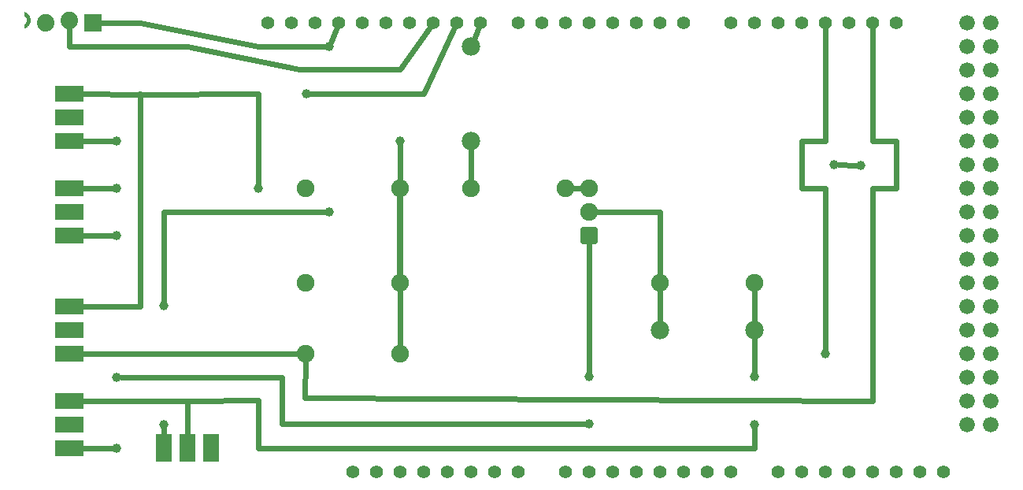
<source format=gtl>
G04 MADE WITH FRITZING*
G04 WWW.FRITZING.ORG*
G04 DOUBLE SIDED*
G04 HOLES PLATED*
G04 CONTOUR ON CENTER OF CONTOUR VECTOR*
%ASAXBY*%
%FSLAX23Y23*%
%MOIN*%
%OFA0B0*%
%SFA1.0B1.0*%
%ADD10C,0.075000*%
%ADD11C,0.074000*%
%ADD12C,0.078000*%
%ADD13C,0.039370*%
%ADD14C,0.055990*%
%ADD15C,0.065993*%
%ADD16C,0.065965*%
%ADD17C,0.024000*%
%ADD18C,0.020000*%
%ADD19R,0.001000X0.001000*%
%LNCOPPER1*%
G90*
G70*
G54D10*
X1190Y600D03*
X1590Y600D03*
X1190Y1300D03*
X1590Y1300D03*
X2390Y1300D03*
X2390Y1200D03*
X2390Y1100D03*
X1890Y1300D03*
X2290Y1300D03*
X2690Y900D03*
X3090Y900D03*
G54D11*
X290Y2000D03*
X190Y2010D03*
X90Y2000D03*
X290Y2000D03*
X190Y2010D03*
X90Y2000D03*
G54D10*
X1590Y900D03*
X1190Y900D03*
G54D12*
X1890Y1900D03*
X1890Y1500D03*
X1890Y1900D03*
X1890Y1500D03*
X2690Y700D03*
X3090Y700D03*
X2690Y700D03*
X3090Y700D03*
G54D13*
X1589Y1498D03*
X1289Y1900D03*
G54D14*
X3290Y100D03*
X1690Y100D03*
X3390Y100D03*
X3490Y100D03*
X3590Y100D03*
X3690Y100D03*
G54D15*
X3990Y1500D03*
G54D14*
X3790Y100D03*
X3890Y100D03*
X1730Y2000D03*
X2290Y100D03*
X2390Y100D03*
X2490Y100D03*
X2590Y100D03*
G54D15*
X3990Y700D03*
G54D14*
X2690Y100D03*
X2790Y100D03*
X2890Y100D03*
X2990Y100D03*
X2490Y2000D03*
G54D15*
X3990Y1900D03*
X3990Y1100D03*
X3990Y300D03*
G54D14*
X1330Y2000D03*
X2090Y100D03*
X2090Y2000D03*
G54D15*
X3990Y1700D03*
X3990Y1300D03*
G54D16*
X3990Y900D03*
G54D14*
X3690Y2000D03*
G54D15*
X3990Y500D03*
G54D14*
X3590Y2000D03*
X3490Y2000D03*
X3390Y2000D03*
X3290Y2000D03*
X3190Y2000D03*
X3090Y2000D03*
X2990Y2000D03*
X1130Y2000D03*
X1530Y2000D03*
X1930Y2000D03*
X1490Y100D03*
X1890Y100D03*
X2690Y2000D03*
X2290Y2000D03*
G54D15*
X3990Y2000D03*
X3990Y1800D03*
X3990Y1600D03*
X3990Y1400D03*
X3990Y1200D03*
X3990Y1000D03*
X3990Y800D03*
X3990Y600D03*
G54D16*
X3990Y400D03*
G54D14*
X1030Y2000D03*
X1230Y2000D03*
X1430Y2000D03*
X1630Y2000D03*
X1830Y2000D03*
X1390Y100D03*
X1590Y100D03*
X1790Y100D03*
X1990Y100D03*
X2790Y2000D03*
X2590Y2000D03*
X2390Y2000D03*
X2190Y2000D03*
G54D15*
X4090Y2000D03*
X4090Y1900D03*
X4090Y1800D03*
X4090Y1700D03*
X4090Y1600D03*
X4090Y1500D03*
X4090Y1400D03*
X4090Y1300D03*
X4090Y1200D03*
X4090Y1100D03*
X4090Y1000D03*
G54D16*
X4090Y900D03*
G54D15*
X4090Y800D03*
X4090Y700D03*
X4090Y600D03*
X4090Y500D03*
G54D16*
X4090Y400D03*
G54D15*
X4090Y300D03*
G54D14*
X3190Y100D03*
G54D13*
X1192Y1699D03*
X390Y1500D03*
X389Y1299D03*
X390Y1100D03*
X989Y1299D03*
X3389Y599D03*
X1289Y1200D03*
X591Y300D03*
X591Y801D03*
X390Y200D03*
X390Y499D03*
X3090Y299D03*
X3090Y501D03*
X2391Y301D03*
X2390Y501D03*
X3540Y1396D03*
X3428Y1398D03*
G54D17*
X370Y1299D02*
X244Y1300D01*
D02*
X689Y400D02*
X991Y401D01*
D02*
X991Y199D02*
X3090Y199D01*
D02*
X991Y401D02*
X991Y199D01*
D02*
X244Y200D02*
X371Y200D01*
D02*
X409Y499D02*
X1091Y499D01*
D02*
X1590Y628D02*
X1590Y871D01*
D02*
X244Y400D02*
X689Y400D01*
D02*
X1091Y499D02*
X1090Y301D01*
D02*
X1090Y301D02*
X2372Y301D01*
D02*
X1591Y1801D02*
X1162Y1802D01*
D02*
X1714Y1977D02*
X1591Y1801D01*
D02*
X1162Y1802D02*
X690Y1899D01*
D02*
X1890Y1469D02*
X1890Y1328D01*
D02*
X1902Y1928D02*
X1920Y1974D01*
D02*
X3090Y731D02*
X3090Y871D01*
D02*
X2690Y871D02*
X2690Y731D01*
D02*
X2689Y1200D02*
X2690Y928D01*
D02*
X2419Y1200D02*
X2689Y1200D01*
D02*
X2361Y1300D02*
X2319Y1300D01*
D02*
X321Y2000D02*
X390Y2000D01*
D02*
X1296Y1917D02*
X1320Y1974D01*
D02*
X3690Y1300D02*
X3690Y1500D01*
D02*
X3690Y1500D02*
X3590Y1500D01*
D02*
X3590Y1300D02*
X3690Y1300D01*
D02*
X3590Y1500D02*
X3590Y1972D01*
D02*
X3589Y400D02*
X3590Y1300D01*
D02*
X1188Y413D02*
X3589Y400D01*
D02*
X1190Y571D02*
X1188Y413D01*
D02*
X244Y1500D02*
X371Y1500D01*
D02*
X1161Y600D02*
X244Y600D01*
D02*
X991Y1899D02*
X1270Y1899D01*
D02*
X191Y1900D02*
X190Y1979D01*
D02*
X390Y1899D02*
X191Y1900D01*
D02*
X490Y1999D02*
X991Y1899D01*
D02*
X690Y1899D02*
X390Y1899D01*
D02*
X390Y2000D02*
X490Y1999D01*
D02*
X1691Y1699D02*
X1818Y1974D01*
D02*
X1211Y1699D02*
X1691Y1699D01*
D02*
X989Y1318D02*
X990Y1699D01*
D02*
X990Y1699D02*
X479Y1697D01*
D02*
X490Y1700D02*
X479Y1697D01*
D02*
X490Y799D02*
X490Y1700D01*
D02*
X244Y800D02*
X490Y799D01*
D02*
X479Y1697D02*
X244Y1699D01*
D02*
X591Y281D02*
X591Y253D01*
D02*
X590Y1199D02*
X591Y820D01*
D02*
X371Y1100D02*
X244Y1100D01*
D02*
X3391Y1500D02*
X3290Y1500D01*
D02*
X3391Y1300D02*
X3390Y618D01*
D02*
X3290Y1300D02*
X3391Y1300D01*
D02*
X3290Y1500D02*
X3290Y1300D01*
D02*
X590Y1199D02*
X1270Y1200D01*
D02*
X3390Y1972D02*
X3391Y1500D01*
D02*
X2390Y519D02*
X2390Y1071D01*
D02*
X3090Y519D02*
X3090Y669D01*
D02*
X690Y253D02*
X689Y400D01*
D02*
X1589Y1479D02*
X1590Y1328D01*
D02*
X3090Y199D02*
X3090Y280D01*
D02*
X3447Y1398D02*
X3521Y1396D01*
G54D18*
X2418Y1072D02*
X2363Y1072D01*
X2363Y1127D01*
X2418Y1127D01*
X2418Y1072D01*
D02*
G36*
X131Y233D02*
X249Y233D01*
X249Y166D01*
X131Y166D01*
X131Y233D01*
G37*
D02*
G36*
X131Y333D02*
X249Y333D01*
X249Y266D01*
X131Y266D01*
X131Y333D01*
G37*
D02*
G36*
X131Y433D02*
X249Y433D01*
X249Y366D01*
X131Y366D01*
X131Y433D01*
G37*
D02*
G36*
X131Y633D02*
X249Y633D01*
X249Y566D01*
X131Y566D01*
X131Y633D01*
G37*
D02*
G36*
X131Y733D02*
X249Y733D01*
X249Y666D01*
X131Y666D01*
X131Y733D01*
G37*
D02*
G36*
X131Y833D02*
X249Y833D01*
X249Y766D01*
X131Y766D01*
X131Y833D01*
G37*
D02*
G36*
X131Y1533D02*
X249Y1533D01*
X249Y1466D01*
X131Y1466D01*
X131Y1533D01*
G37*
D02*
G36*
X131Y1633D02*
X249Y1633D01*
X249Y1566D01*
X131Y1566D01*
X131Y1633D01*
G37*
D02*
G36*
X131Y1733D02*
X249Y1733D01*
X249Y1666D01*
X131Y1666D01*
X131Y1733D01*
G37*
D02*
G36*
X557Y141D02*
X557Y259D01*
X624Y259D01*
X624Y141D01*
X557Y141D01*
G37*
D02*
G36*
X657Y141D02*
X657Y259D01*
X724Y259D01*
X724Y141D01*
X657Y141D01*
G37*
D02*
G36*
X757Y141D02*
X757Y259D01*
X824Y259D01*
X824Y141D01*
X757Y141D01*
G37*
D02*
G36*
X131Y1333D02*
X249Y1333D01*
X249Y1266D01*
X131Y1266D01*
X131Y1333D01*
G37*
D02*
G36*
X131Y1233D02*
X249Y1233D01*
X249Y1166D01*
X131Y1166D01*
X131Y1233D01*
G37*
D02*
G36*
X131Y1133D02*
X249Y1133D01*
X249Y1066D01*
X131Y1066D01*
X131Y1133D01*
G37*
D02*
G54D19*
X0Y2045D02*
X1Y2045D01*
X0Y2044D02*
X3Y2044D01*
X0Y2043D02*
X5Y2043D01*
X0Y2042D02*
X7Y2042D01*
X0Y2041D02*
X8Y2041D01*
X0Y2040D02*
X10Y2040D01*
X0Y2039D02*
X11Y2039D01*
X0Y2038D02*
X12Y2038D01*
X0Y2037D02*
X14Y2037D01*
X253Y2037D02*
X326Y2037D01*
X0Y2036D02*
X15Y2036D01*
X253Y2036D02*
X326Y2036D01*
X0Y2035D02*
X16Y2035D01*
X253Y2035D02*
X326Y2035D01*
X0Y2034D02*
X16Y2034D01*
X253Y2034D02*
X326Y2034D01*
X0Y2033D02*
X17Y2033D01*
X253Y2033D02*
X326Y2033D01*
X0Y2032D02*
X18Y2032D01*
X253Y2032D02*
X326Y2032D01*
X0Y2031D02*
X19Y2031D01*
X253Y2031D02*
X326Y2031D01*
X0Y2030D02*
X20Y2030D01*
X253Y2030D02*
X326Y2030D01*
X0Y2029D02*
X20Y2029D01*
X253Y2029D02*
X326Y2029D01*
X0Y2028D02*
X21Y2028D01*
X253Y2028D02*
X326Y2028D01*
X2Y2027D02*
X21Y2027D01*
X253Y2027D02*
X326Y2027D01*
X3Y2026D02*
X22Y2026D01*
X253Y2026D02*
X326Y2026D01*
X4Y2025D02*
X22Y2025D01*
X253Y2025D02*
X326Y2025D01*
X5Y2024D02*
X23Y2024D01*
X253Y2024D02*
X326Y2024D01*
X6Y2023D02*
X23Y2023D01*
X253Y2023D02*
X326Y2023D01*
X7Y2022D02*
X24Y2022D01*
X253Y2022D02*
X326Y2022D01*
X7Y2021D02*
X24Y2021D01*
X253Y2021D02*
X326Y2021D01*
X8Y2020D02*
X24Y2020D01*
X253Y2020D02*
X287Y2020D01*
X292Y2020D02*
X326Y2020D01*
X8Y2019D02*
X25Y2019D01*
X253Y2019D02*
X283Y2019D01*
X297Y2019D02*
X326Y2019D01*
X9Y2018D02*
X25Y2018D01*
X253Y2018D02*
X280Y2018D01*
X299Y2018D02*
X326Y2018D01*
X9Y2017D02*
X25Y2017D01*
X253Y2017D02*
X278Y2017D01*
X301Y2017D02*
X326Y2017D01*
X9Y2016D02*
X25Y2016D01*
X253Y2016D02*
X277Y2016D01*
X302Y2016D02*
X326Y2016D01*
X10Y2015D02*
X26Y2015D01*
X253Y2015D02*
X276Y2015D01*
X303Y2015D02*
X326Y2015D01*
X10Y2014D02*
X26Y2014D01*
X253Y2014D02*
X275Y2014D01*
X304Y2014D02*
X326Y2014D01*
X10Y2013D02*
X26Y2013D01*
X253Y2013D02*
X274Y2013D01*
X305Y2013D02*
X326Y2013D01*
X10Y2012D02*
X26Y2012D01*
X253Y2012D02*
X273Y2012D01*
X306Y2012D02*
X326Y2012D01*
X10Y2011D02*
X26Y2011D01*
X253Y2011D02*
X272Y2011D01*
X307Y2011D02*
X326Y2011D01*
X10Y2010D02*
X26Y2010D01*
X253Y2010D02*
X272Y2010D01*
X307Y2010D02*
X326Y2010D01*
X10Y2009D02*
X26Y2009D01*
X253Y2009D02*
X271Y2009D01*
X308Y2009D02*
X326Y2009D01*
X10Y2008D02*
X26Y2008D01*
X253Y2008D02*
X271Y2008D01*
X308Y2008D02*
X326Y2008D01*
X10Y2007D02*
X26Y2007D01*
X253Y2007D02*
X270Y2007D01*
X309Y2007D02*
X326Y2007D01*
X10Y2006D02*
X26Y2006D01*
X253Y2006D02*
X270Y2006D01*
X309Y2006D02*
X326Y2006D01*
X10Y2005D02*
X26Y2005D01*
X253Y2005D02*
X270Y2005D01*
X309Y2005D02*
X326Y2005D01*
X9Y2004D02*
X25Y2004D01*
X253Y2004D02*
X269Y2004D01*
X310Y2004D02*
X326Y2004D01*
X9Y2003D02*
X25Y2003D01*
X253Y2003D02*
X269Y2003D01*
X310Y2003D02*
X326Y2003D01*
X9Y2002D02*
X25Y2002D01*
X253Y2002D02*
X269Y2002D01*
X310Y2002D02*
X326Y2002D01*
X8Y2001D02*
X25Y2001D01*
X253Y2001D02*
X269Y2001D01*
X310Y2001D02*
X326Y2001D01*
X8Y2000D02*
X24Y2000D01*
X253Y2000D02*
X269Y2000D01*
X310Y2000D02*
X326Y2000D01*
X7Y1999D02*
X24Y1999D01*
X253Y1999D02*
X269Y1999D01*
X310Y1999D02*
X326Y1999D01*
X7Y1998D02*
X24Y1998D01*
X253Y1998D02*
X269Y1998D01*
X310Y1998D02*
X326Y1998D01*
X6Y1997D02*
X23Y1997D01*
X253Y1997D02*
X269Y1997D01*
X310Y1997D02*
X326Y1997D01*
X5Y1996D02*
X23Y1996D01*
X253Y1996D02*
X269Y1996D01*
X310Y1996D02*
X326Y1996D01*
X4Y1995D02*
X22Y1995D01*
X253Y1995D02*
X270Y1995D01*
X309Y1995D02*
X326Y1995D01*
X3Y1994D02*
X22Y1994D01*
X253Y1994D02*
X270Y1994D01*
X309Y1994D02*
X326Y1994D01*
X1Y1993D02*
X21Y1993D01*
X253Y1993D02*
X270Y1993D01*
X309Y1993D02*
X326Y1993D01*
X0Y1992D02*
X21Y1992D01*
X253Y1992D02*
X271Y1992D01*
X308Y1992D02*
X326Y1992D01*
X0Y1991D02*
X20Y1991D01*
X253Y1991D02*
X271Y1991D01*
X308Y1991D02*
X326Y1991D01*
X0Y1990D02*
X19Y1990D01*
X253Y1990D02*
X272Y1990D01*
X307Y1990D02*
X326Y1990D01*
X0Y1989D02*
X19Y1989D01*
X253Y1989D02*
X272Y1989D01*
X307Y1989D02*
X326Y1989D01*
X0Y1988D02*
X18Y1988D01*
X253Y1988D02*
X273Y1988D01*
X306Y1988D02*
X326Y1988D01*
X0Y1987D02*
X17Y1987D01*
X253Y1987D02*
X274Y1987D01*
X305Y1987D02*
X326Y1987D01*
X0Y1986D02*
X16Y1986D01*
X253Y1986D02*
X275Y1986D01*
X304Y1986D02*
X326Y1986D01*
X0Y1985D02*
X15Y1985D01*
X253Y1985D02*
X276Y1985D01*
X303Y1985D02*
X326Y1985D01*
X0Y1984D02*
X14Y1984D01*
X253Y1984D02*
X277Y1984D01*
X302Y1984D02*
X326Y1984D01*
X0Y1983D02*
X13Y1983D01*
X253Y1983D02*
X279Y1983D01*
X300Y1983D02*
X326Y1983D01*
X0Y1982D02*
X12Y1982D01*
X253Y1982D02*
X281Y1982D01*
X299Y1982D02*
X326Y1982D01*
X0Y1981D02*
X11Y1981D01*
X253Y1981D02*
X283Y1981D01*
X296Y1981D02*
X326Y1981D01*
X0Y1980D02*
X10Y1980D01*
X253Y1980D02*
X326Y1980D01*
X0Y1979D02*
X8Y1979D01*
X253Y1979D02*
X326Y1979D01*
X0Y1978D02*
X7Y1978D01*
X253Y1978D02*
X326Y1978D01*
X0Y1977D02*
X5Y1977D01*
X253Y1977D02*
X326Y1977D01*
X0Y1976D02*
X3Y1976D01*
X253Y1976D02*
X326Y1976D01*
X0Y1975D02*
X0Y1975D01*
X253Y1975D02*
X326Y1975D01*
X253Y1974D02*
X326Y1974D01*
X253Y1973D02*
X326Y1973D01*
X253Y1972D02*
X326Y1972D01*
X253Y1971D02*
X326Y1971D01*
X253Y1970D02*
X326Y1970D01*
X253Y1969D02*
X326Y1969D01*
X253Y1968D02*
X326Y1968D01*
X253Y1967D02*
X326Y1967D01*
X253Y1966D02*
X326Y1966D01*
X253Y1965D02*
X326Y1965D01*
X253Y1964D02*
X326Y1964D01*
X1588Y1312D02*
X1591Y1312D01*
X1585Y1311D02*
X1594Y1311D01*
X1583Y1310D02*
X1596Y1310D01*
X1582Y1309D02*
X1597Y1309D01*
X1581Y1308D02*
X1598Y1308D01*
X1580Y1307D02*
X1599Y1307D01*
X1579Y1306D02*
X1599Y1306D01*
X1579Y1305D02*
X1600Y1305D01*
X1579Y1304D02*
X1600Y1304D01*
X1578Y1303D02*
X1601Y1303D01*
X1578Y1302D02*
X1601Y1302D01*
X1578Y1301D02*
X1601Y1301D01*
X1578Y1300D02*
X1601Y1300D01*
X1578Y1299D02*
X1601Y1299D01*
X1578Y1298D02*
X1601Y1298D01*
X1578Y1297D02*
X1601Y1297D01*
X1578Y1296D02*
X1601Y1296D01*
X1578Y1295D02*
X1601Y1295D01*
X1578Y1294D02*
X1601Y1294D01*
X1578Y1293D02*
X1601Y1293D01*
X1578Y1292D02*
X1601Y1292D01*
X1578Y1291D02*
X1601Y1291D01*
X1578Y1290D02*
X1601Y1290D01*
X1578Y1289D02*
X1601Y1289D01*
X1578Y1288D02*
X1601Y1288D01*
X1578Y1287D02*
X1601Y1287D01*
X1578Y1286D02*
X1601Y1286D01*
X1578Y1285D02*
X1601Y1285D01*
X1578Y1284D02*
X1601Y1284D01*
X1578Y1283D02*
X1601Y1283D01*
X1578Y1282D02*
X1601Y1282D01*
X1578Y1281D02*
X1601Y1281D01*
X1578Y1280D02*
X1601Y1280D01*
X1578Y1279D02*
X1601Y1279D01*
X1578Y1278D02*
X1601Y1278D01*
X1578Y1277D02*
X1601Y1277D01*
X1578Y1276D02*
X1601Y1276D01*
X1578Y1275D02*
X1601Y1275D01*
X1578Y1274D02*
X1601Y1274D01*
X1578Y1273D02*
X1601Y1273D01*
X1578Y1272D02*
X1601Y1272D01*
X1578Y1271D02*
X1601Y1271D01*
X1578Y1270D02*
X1601Y1270D01*
X1578Y1269D02*
X1601Y1269D01*
X1578Y1268D02*
X1601Y1268D01*
X1578Y1267D02*
X1601Y1267D01*
X1578Y1266D02*
X1601Y1266D01*
X1578Y1265D02*
X1601Y1265D01*
X1578Y1264D02*
X1601Y1264D01*
X1578Y1263D02*
X1601Y1263D01*
X1578Y1262D02*
X1601Y1262D01*
X1578Y1261D02*
X1601Y1261D01*
X1578Y1260D02*
X1601Y1260D01*
X1578Y1259D02*
X1601Y1259D01*
X1578Y1258D02*
X1601Y1258D01*
X1578Y1257D02*
X1601Y1257D01*
X1578Y1256D02*
X1601Y1256D01*
X1578Y1255D02*
X1601Y1255D01*
X1578Y1254D02*
X1601Y1254D01*
X1578Y1253D02*
X1601Y1253D01*
X1578Y1252D02*
X1601Y1252D01*
X1578Y1251D02*
X1601Y1251D01*
X1578Y1250D02*
X1601Y1250D01*
X1578Y1249D02*
X1601Y1249D01*
X1578Y1248D02*
X1601Y1248D01*
X1578Y1247D02*
X1601Y1247D01*
X1578Y1246D02*
X1601Y1246D01*
X1578Y1245D02*
X1601Y1245D01*
X1578Y1244D02*
X1601Y1244D01*
X1578Y1243D02*
X1601Y1243D01*
X1578Y1242D02*
X1601Y1242D01*
X1578Y1241D02*
X1601Y1241D01*
X1578Y1240D02*
X1601Y1240D01*
X1578Y1239D02*
X1601Y1239D01*
X1578Y1238D02*
X1601Y1238D01*
X1578Y1237D02*
X1601Y1237D01*
X1578Y1236D02*
X1601Y1236D01*
X1578Y1235D02*
X1601Y1235D01*
X1578Y1234D02*
X1601Y1234D01*
X1578Y1233D02*
X1601Y1233D01*
X1578Y1232D02*
X1601Y1232D01*
X1578Y1231D02*
X1601Y1231D01*
X1578Y1230D02*
X1601Y1230D01*
X1578Y1229D02*
X1601Y1229D01*
X1578Y1228D02*
X1601Y1228D01*
X1578Y1227D02*
X1601Y1227D01*
X1578Y1226D02*
X1601Y1226D01*
X1578Y1225D02*
X1601Y1225D01*
X1578Y1224D02*
X1601Y1224D01*
X1578Y1223D02*
X1601Y1223D01*
X1578Y1222D02*
X1601Y1222D01*
X1578Y1221D02*
X1601Y1221D01*
X1578Y1220D02*
X1601Y1220D01*
X1578Y1219D02*
X1601Y1219D01*
X1578Y1218D02*
X1601Y1218D01*
X1578Y1217D02*
X1601Y1217D01*
X1578Y1216D02*
X1601Y1216D01*
X1578Y1215D02*
X1601Y1215D01*
X1578Y1214D02*
X1601Y1214D01*
X1578Y1213D02*
X1601Y1213D01*
X1578Y1212D02*
X1601Y1212D01*
X1578Y1211D02*
X1601Y1211D01*
X1578Y1210D02*
X1601Y1210D01*
X1578Y1209D02*
X1601Y1209D01*
X1578Y1208D02*
X1601Y1208D01*
X1578Y1207D02*
X1601Y1207D01*
X1578Y1206D02*
X1601Y1206D01*
X1578Y1205D02*
X1601Y1205D01*
X1578Y1204D02*
X1601Y1204D01*
X1578Y1203D02*
X1601Y1203D01*
X1578Y1202D02*
X1601Y1202D01*
X1578Y1201D02*
X1601Y1201D01*
X1578Y1200D02*
X1601Y1200D01*
X1578Y1199D02*
X1601Y1199D01*
X1578Y1198D02*
X1601Y1198D01*
X1578Y1197D02*
X1601Y1197D01*
X1578Y1196D02*
X1601Y1196D01*
X1578Y1195D02*
X1601Y1195D01*
X1578Y1194D02*
X1601Y1194D01*
X1578Y1193D02*
X1601Y1193D01*
X1578Y1192D02*
X1601Y1192D01*
X1578Y1191D02*
X1601Y1191D01*
X1578Y1190D02*
X1601Y1190D01*
X1578Y1189D02*
X1601Y1189D01*
X1578Y1188D02*
X1601Y1188D01*
X1578Y1187D02*
X1601Y1187D01*
X1578Y1186D02*
X1601Y1186D01*
X1578Y1185D02*
X1601Y1185D01*
X1578Y1184D02*
X1601Y1184D01*
X1578Y1183D02*
X1601Y1183D01*
X1578Y1182D02*
X1601Y1182D01*
X1578Y1181D02*
X1601Y1181D01*
X1578Y1180D02*
X1601Y1180D01*
X1578Y1179D02*
X1601Y1179D01*
X1578Y1178D02*
X1601Y1178D01*
X1578Y1177D02*
X1601Y1177D01*
X1578Y1176D02*
X1601Y1176D01*
X1578Y1175D02*
X1601Y1175D01*
X1578Y1174D02*
X1601Y1174D01*
X1578Y1173D02*
X1601Y1173D01*
X1578Y1172D02*
X1601Y1172D01*
X1578Y1171D02*
X1601Y1171D01*
X1578Y1170D02*
X1601Y1170D01*
X1578Y1169D02*
X1601Y1169D01*
X1578Y1168D02*
X1601Y1168D01*
X1578Y1167D02*
X1601Y1167D01*
X1578Y1166D02*
X1601Y1166D01*
X1578Y1165D02*
X1601Y1165D01*
X1578Y1164D02*
X1601Y1164D01*
X1578Y1163D02*
X1601Y1163D01*
X1578Y1162D02*
X1601Y1162D01*
X1578Y1161D02*
X1601Y1161D01*
X1578Y1160D02*
X1601Y1160D01*
X1578Y1159D02*
X1601Y1159D01*
X1578Y1158D02*
X1601Y1158D01*
X1578Y1157D02*
X1601Y1157D01*
X1578Y1156D02*
X1601Y1156D01*
X1578Y1155D02*
X1601Y1155D01*
X1578Y1154D02*
X1601Y1154D01*
X1578Y1153D02*
X1601Y1153D01*
X1578Y1152D02*
X1601Y1152D01*
X1578Y1151D02*
X1601Y1151D01*
X1578Y1150D02*
X1601Y1150D01*
X1578Y1149D02*
X1601Y1149D01*
X1578Y1148D02*
X1601Y1148D01*
X1578Y1147D02*
X1601Y1147D01*
X1578Y1146D02*
X1601Y1146D01*
X1578Y1145D02*
X1601Y1145D01*
X1578Y1144D02*
X1601Y1144D01*
X1578Y1143D02*
X1601Y1143D01*
X1578Y1142D02*
X1601Y1142D01*
X1578Y1141D02*
X1601Y1141D01*
X1578Y1140D02*
X1601Y1140D01*
X1578Y1139D02*
X1601Y1139D01*
X1578Y1138D02*
X1601Y1138D01*
X1578Y1137D02*
X1601Y1137D01*
X1578Y1136D02*
X1601Y1136D01*
X1578Y1135D02*
X1601Y1135D01*
X1578Y1134D02*
X1601Y1134D01*
X1578Y1133D02*
X1601Y1133D01*
X1578Y1132D02*
X1601Y1132D01*
X1578Y1131D02*
X1601Y1131D01*
X1578Y1130D02*
X1601Y1130D01*
X1578Y1129D02*
X1601Y1129D01*
X1578Y1128D02*
X1601Y1128D01*
X1578Y1127D02*
X1601Y1127D01*
X1578Y1126D02*
X1601Y1126D01*
X1578Y1125D02*
X1601Y1125D01*
X1578Y1124D02*
X1601Y1124D01*
X1578Y1123D02*
X1601Y1123D01*
X1578Y1122D02*
X1601Y1122D01*
X1578Y1121D02*
X1601Y1121D01*
X1578Y1120D02*
X1601Y1120D01*
X1578Y1119D02*
X1601Y1119D01*
X1578Y1118D02*
X1601Y1118D01*
X1578Y1117D02*
X1601Y1117D01*
X1578Y1116D02*
X1601Y1116D01*
X1578Y1115D02*
X1601Y1115D01*
X1578Y1114D02*
X1601Y1114D01*
X1578Y1113D02*
X1601Y1113D01*
X1578Y1112D02*
X1601Y1112D01*
X1578Y1111D02*
X1601Y1111D01*
X1578Y1110D02*
X1601Y1110D01*
X1578Y1109D02*
X1601Y1109D01*
X1578Y1108D02*
X1601Y1108D01*
X1578Y1107D02*
X1601Y1107D01*
X1578Y1106D02*
X1601Y1106D01*
X1578Y1105D02*
X1601Y1105D01*
X1578Y1104D02*
X1601Y1104D01*
X1578Y1103D02*
X1601Y1103D01*
X1578Y1102D02*
X1601Y1102D01*
X1578Y1101D02*
X1601Y1101D01*
X1578Y1100D02*
X1601Y1100D01*
X1578Y1099D02*
X1601Y1099D01*
X1578Y1098D02*
X1601Y1098D01*
X1578Y1097D02*
X1601Y1097D01*
X1578Y1096D02*
X1601Y1096D01*
X1578Y1095D02*
X1601Y1095D01*
X1578Y1094D02*
X1601Y1094D01*
X1578Y1093D02*
X1601Y1093D01*
X1578Y1092D02*
X1601Y1092D01*
X1578Y1091D02*
X1601Y1091D01*
X1578Y1090D02*
X1601Y1090D01*
X1578Y1089D02*
X1601Y1089D01*
X1578Y1088D02*
X1601Y1088D01*
X1578Y1087D02*
X1601Y1087D01*
X1578Y1086D02*
X1601Y1086D01*
X1578Y1085D02*
X1601Y1085D01*
X1578Y1084D02*
X1601Y1084D01*
X1578Y1083D02*
X1601Y1083D01*
X1578Y1082D02*
X1601Y1082D01*
X1578Y1081D02*
X1601Y1081D01*
X1578Y1080D02*
X1601Y1080D01*
X1578Y1079D02*
X1601Y1079D01*
X1578Y1078D02*
X1601Y1078D01*
X1578Y1077D02*
X1601Y1077D01*
X1578Y1076D02*
X1601Y1076D01*
X1578Y1075D02*
X1601Y1075D01*
X1578Y1074D02*
X1601Y1074D01*
X1578Y1073D02*
X1601Y1073D01*
X1578Y1072D02*
X1601Y1072D01*
X1578Y1071D02*
X1601Y1071D01*
X1578Y1070D02*
X1601Y1070D01*
X1578Y1069D02*
X1601Y1069D01*
X1578Y1068D02*
X1601Y1068D01*
X1578Y1067D02*
X1601Y1067D01*
X1578Y1066D02*
X1601Y1066D01*
X1578Y1065D02*
X1601Y1065D01*
X1578Y1064D02*
X1601Y1064D01*
X1578Y1063D02*
X1601Y1063D01*
X1578Y1062D02*
X1601Y1062D01*
X1578Y1061D02*
X1601Y1061D01*
X1578Y1060D02*
X1601Y1060D01*
X1578Y1059D02*
X1601Y1059D01*
X1578Y1058D02*
X1601Y1058D01*
X1578Y1057D02*
X1601Y1057D01*
X1578Y1056D02*
X1601Y1056D01*
X1578Y1055D02*
X1601Y1055D01*
X1578Y1054D02*
X1601Y1054D01*
X1578Y1053D02*
X1601Y1053D01*
X1578Y1052D02*
X1601Y1052D01*
X1578Y1051D02*
X1601Y1051D01*
X1578Y1050D02*
X1601Y1050D01*
X1578Y1049D02*
X1601Y1049D01*
X1578Y1048D02*
X1601Y1048D01*
X1578Y1047D02*
X1601Y1047D01*
X1578Y1046D02*
X1601Y1046D01*
X1578Y1045D02*
X1601Y1045D01*
X1578Y1044D02*
X1601Y1044D01*
X1578Y1043D02*
X1601Y1043D01*
X1578Y1042D02*
X1601Y1042D01*
X1578Y1041D02*
X1601Y1041D01*
X1578Y1040D02*
X1601Y1040D01*
X1578Y1039D02*
X1601Y1039D01*
X1578Y1038D02*
X1601Y1038D01*
X1578Y1037D02*
X1601Y1037D01*
X1578Y1036D02*
X1601Y1036D01*
X1578Y1035D02*
X1601Y1035D01*
X1578Y1034D02*
X1601Y1034D01*
X1578Y1033D02*
X1601Y1033D01*
X1578Y1032D02*
X1601Y1032D01*
X1578Y1031D02*
X1601Y1031D01*
X1578Y1030D02*
X1601Y1030D01*
X1578Y1029D02*
X1601Y1029D01*
X1578Y1028D02*
X1601Y1028D01*
X1578Y1027D02*
X1601Y1027D01*
X1578Y1026D02*
X1601Y1026D01*
X1578Y1025D02*
X1601Y1025D01*
X1578Y1024D02*
X1601Y1024D01*
X1578Y1023D02*
X1601Y1023D01*
X1578Y1022D02*
X1601Y1022D01*
X1578Y1021D02*
X1601Y1021D01*
X1578Y1020D02*
X1601Y1020D01*
X1578Y1019D02*
X1601Y1019D01*
X1578Y1018D02*
X1601Y1018D01*
X1578Y1017D02*
X1601Y1017D01*
X1578Y1016D02*
X1601Y1016D01*
X1578Y1015D02*
X1601Y1015D01*
X1578Y1014D02*
X1601Y1014D01*
X1578Y1013D02*
X1601Y1013D01*
X1578Y1012D02*
X1601Y1012D01*
X1578Y1011D02*
X1601Y1011D01*
X1578Y1010D02*
X1601Y1010D01*
X1578Y1009D02*
X1601Y1009D01*
X1578Y1008D02*
X1601Y1008D01*
X1578Y1007D02*
X1601Y1007D01*
X1578Y1006D02*
X1601Y1006D01*
X1578Y1005D02*
X1601Y1005D01*
X1578Y1004D02*
X1601Y1004D01*
X1578Y1003D02*
X1601Y1003D01*
X1578Y1002D02*
X1601Y1002D01*
X1578Y1001D02*
X1601Y1001D01*
X1578Y1000D02*
X1601Y1000D01*
X1578Y999D02*
X1601Y999D01*
X1578Y998D02*
X1601Y998D01*
X1578Y997D02*
X1601Y997D01*
X1578Y996D02*
X1601Y996D01*
X1578Y995D02*
X1601Y995D01*
X1578Y994D02*
X1601Y994D01*
X1578Y993D02*
X1601Y993D01*
X1578Y992D02*
X1601Y992D01*
X1578Y991D02*
X1601Y991D01*
X1578Y990D02*
X1601Y990D01*
X1578Y989D02*
X1601Y989D01*
X1578Y988D02*
X1601Y988D01*
X1578Y987D02*
X1601Y987D01*
X1578Y986D02*
X1601Y986D01*
X1578Y985D02*
X1601Y985D01*
X1578Y984D02*
X1601Y984D01*
X1578Y983D02*
X1601Y983D01*
X1578Y982D02*
X1601Y982D01*
X1578Y981D02*
X1601Y981D01*
X1578Y980D02*
X1601Y980D01*
X1578Y979D02*
X1601Y979D01*
X1578Y978D02*
X1601Y978D01*
X1578Y977D02*
X1601Y977D01*
X1578Y976D02*
X1601Y976D01*
X1578Y975D02*
X1601Y975D01*
X1578Y974D02*
X1601Y974D01*
X1578Y973D02*
X1601Y973D01*
X1578Y972D02*
X1601Y972D01*
X1578Y971D02*
X1601Y971D01*
X1578Y970D02*
X1601Y970D01*
X1578Y969D02*
X1601Y969D01*
X1578Y968D02*
X1601Y968D01*
X1578Y967D02*
X1601Y967D01*
X1578Y966D02*
X1601Y966D01*
X1578Y965D02*
X1601Y965D01*
X1578Y964D02*
X1601Y964D01*
X1578Y963D02*
X1601Y963D01*
X1578Y962D02*
X1601Y962D01*
X1578Y961D02*
X1601Y961D01*
X1578Y960D02*
X1601Y960D01*
X1578Y959D02*
X1601Y959D01*
X1578Y958D02*
X1601Y958D01*
X1578Y957D02*
X1601Y957D01*
X1578Y956D02*
X1601Y956D01*
X1578Y955D02*
X1601Y955D01*
X1578Y954D02*
X1601Y954D01*
X1578Y953D02*
X1601Y953D01*
X1578Y952D02*
X1601Y952D01*
X1578Y951D02*
X1601Y951D01*
X1578Y950D02*
X1601Y950D01*
X1578Y949D02*
X1601Y949D01*
X1578Y948D02*
X1601Y948D01*
X1578Y947D02*
X1601Y947D01*
X1578Y946D02*
X1601Y946D01*
X1578Y945D02*
X1601Y945D01*
X1578Y944D02*
X1601Y944D01*
X1578Y943D02*
X1601Y943D01*
X1578Y942D02*
X1601Y942D01*
X1578Y941D02*
X1601Y941D01*
X1578Y940D02*
X1601Y940D01*
X1578Y939D02*
X1601Y939D01*
X1578Y938D02*
X1601Y938D01*
X1578Y937D02*
X1601Y937D01*
X1578Y936D02*
X1600Y936D01*
X1577Y935D02*
X1600Y935D01*
X1577Y934D02*
X1600Y934D01*
X1577Y933D02*
X1600Y933D01*
X1577Y932D02*
X1600Y932D01*
X1577Y931D02*
X1600Y931D01*
X1577Y930D02*
X1600Y930D01*
X1577Y929D02*
X1600Y929D01*
X1577Y928D02*
X1600Y928D01*
X1577Y927D02*
X1600Y927D01*
X1577Y926D02*
X1600Y926D01*
X1577Y925D02*
X1600Y925D01*
X1577Y924D02*
X1600Y924D01*
X1577Y923D02*
X1600Y923D01*
X1577Y922D02*
X1600Y922D01*
X1577Y921D02*
X1600Y921D01*
X1577Y920D02*
X1600Y920D01*
X1577Y919D02*
X1600Y919D01*
X1577Y918D02*
X1600Y918D01*
X1577Y917D02*
X1600Y917D01*
X1577Y916D02*
X1600Y916D01*
X1577Y915D02*
X1600Y915D01*
X1577Y914D02*
X1600Y914D01*
X1577Y913D02*
X1600Y913D01*
X1577Y912D02*
X1600Y912D01*
X1577Y911D02*
X1600Y911D01*
X1577Y910D02*
X1600Y910D01*
X1577Y909D02*
X1600Y909D01*
X1577Y908D02*
X1600Y908D01*
X1577Y907D02*
X1600Y907D01*
X1577Y906D02*
X1600Y906D01*
X1577Y905D02*
X1600Y905D01*
X1577Y904D02*
X1600Y904D01*
X1577Y903D02*
X1601Y903D01*
X1577Y902D02*
X1601Y902D01*
X1577Y901D02*
X1601Y901D01*
X1577Y900D02*
X1601Y900D01*
X1578Y899D02*
X1601Y899D01*
X1578Y898D02*
X1601Y898D01*
X1578Y897D02*
X1600Y897D01*
X1579Y896D02*
X1600Y896D01*
X1579Y895D02*
X1600Y895D01*
X1580Y894D02*
X1599Y894D01*
X1580Y893D02*
X1599Y893D01*
X1581Y892D02*
X1598Y892D01*
X1582Y891D02*
X1597Y891D01*
X1584Y890D02*
X1595Y890D01*
X1586Y889D02*
X1593Y889D01*
D02*
G04 End of Copper1*
M02*
</source>
